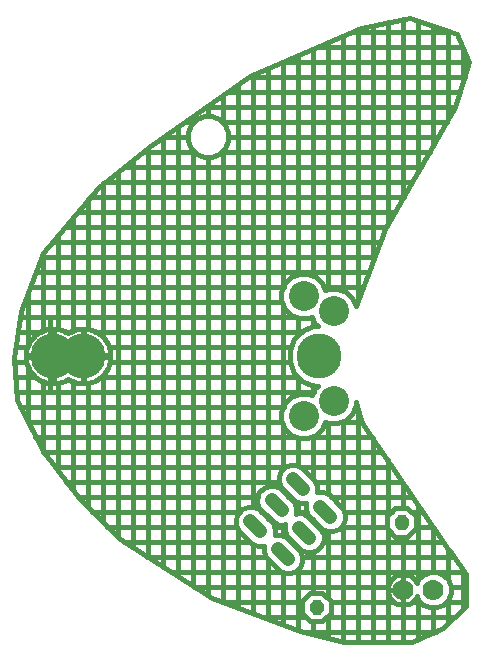
<source format=gbl>
G75*
G70*
%OFA0B0*%
%FSLAX24Y24*%
%IPPOS*%
%LPD*%
%AMOC8*
5,1,8,0,0,1.08239X$1,22.5*
%
%ADD10C,0.0700*%
%ADD11C,0.0096*%
%ADD12C,0.1000*%
%ADD13C,0.1500*%
%ADD14C,0.0475*%
%ADD15C,0.0160*%
D10*
X014195Y003086D03*
X015195Y003086D03*
D11*
X014277Y005361D02*
X014325Y005409D01*
X014325Y005251D01*
X014213Y005139D01*
X014055Y005139D01*
X013943Y005251D01*
X013943Y005409D01*
X014055Y005521D01*
X014213Y005521D01*
X014325Y005409D01*
X014253Y005380D01*
X014253Y005280D01*
X014184Y005211D01*
X014084Y005211D01*
X014015Y005280D01*
X014015Y005380D01*
X014084Y005449D01*
X014184Y005449D01*
X014253Y005380D01*
X014181Y005350D01*
X014181Y005310D01*
X014154Y005283D01*
X014114Y005283D01*
X014087Y005310D01*
X014087Y005350D01*
X014114Y005377D01*
X014154Y005377D01*
X014181Y005350D01*
X011449Y002533D02*
X011497Y002581D01*
X011497Y002423D01*
X011385Y002311D01*
X011227Y002311D01*
X011115Y002423D01*
X011115Y002581D01*
X011227Y002693D01*
X011385Y002693D01*
X011497Y002581D01*
X011425Y002552D01*
X011425Y002452D01*
X011356Y002383D01*
X011256Y002383D01*
X011187Y002452D01*
X011187Y002552D01*
X011256Y002621D01*
X011356Y002621D01*
X011425Y002552D01*
X011353Y002522D01*
X011353Y002482D01*
X011326Y002455D01*
X011286Y002455D01*
X011259Y002482D01*
X011259Y002522D01*
X011286Y002549D01*
X011326Y002549D01*
X011353Y002522D01*
D12*
X010880Y008871D03*
X011880Y009371D03*
X011880Y012371D03*
X010880Y012871D03*
D13*
X011401Y010871D03*
X003527Y010871D03*
X002527Y010871D03*
D14*
X009106Y005356D02*
X009441Y005020D01*
X010025Y004437D02*
X010361Y004101D01*
X011068Y004808D02*
X010732Y005144D01*
X010149Y005728D02*
X009813Y006063D01*
X010520Y006770D02*
X010856Y006435D01*
X011439Y005851D02*
X011775Y005515D01*
D15*
X004190Y005332D02*
X004190Y010247D01*
X004213Y010270D02*
X004286Y010364D01*
X004345Y010467D01*
X004391Y010578D01*
X004422Y010693D01*
X004437Y010811D01*
X004437Y010852D01*
X003546Y010852D01*
X003546Y009961D01*
X003587Y009961D01*
X003705Y009976D01*
X003821Y010007D01*
X003931Y010053D01*
X004034Y010113D01*
X004129Y010185D01*
X004213Y010270D01*
X004129Y010186D02*
X010686Y010186D01*
X010690Y010182D02*
X010690Y009593D01*
X010733Y009611D02*
X010461Y009498D01*
X010253Y009290D01*
X010140Y009018D01*
X010140Y008724D01*
X010253Y008452D01*
X010461Y008243D01*
X010733Y008131D01*
X011027Y008131D01*
X011299Y008243D01*
X011508Y008452D01*
X011604Y008684D01*
X011733Y008631D01*
X012027Y008631D01*
X012299Y008743D01*
X012508Y008952D01*
X012620Y009224D01*
X012620Y009349D01*
X012793Y008744D01*
X012802Y008700D01*
X012808Y008691D01*
X012811Y008680D01*
X012839Y008645D01*
X015679Y004447D01*
X015680Y004443D01*
X015711Y004400D01*
X015740Y004358D01*
X015743Y004356D01*
X016285Y003596D01*
X016285Y002552D01*
X015529Y001796D01*
X014506Y001341D01*
X012225Y001341D01*
X010774Y001704D01*
X007816Y002813D01*
X004742Y004780D01*
X003401Y006121D01*
X002179Y007710D01*
X001340Y009388D01*
X001222Y010801D01*
X001463Y012365D01*
X002186Y014293D01*
X004011Y016484D01*
X005733Y017836D01*
X009078Y020190D01*
X012776Y021793D01*
X014421Y022145D01*
X015983Y021588D01*
X016392Y020668D01*
X015932Y019173D01*
X013589Y015103D01*
X013573Y015086D01*
X013561Y015055D01*
X013545Y015027D01*
X013542Y015004D01*
X012615Y012531D01*
X012508Y012790D01*
X012299Y012998D01*
X012027Y013111D01*
X011733Y013111D01*
X011604Y013057D01*
X011508Y013290D01*
X011299Y013498D01*
X011027Y013611D01*
X010733Y013611D01*
X010461Y013498D01*
X010253Y013290D01*
X010140Y013018D01*
X010140Y012724D01*
X010253Y012452D01*
X010461Y012243D01*
X010733Y012131D01*
X011027Y012131D01*
X011156Y012184D01*
X011253Y011952D01*
X011344Y011861D01*
X011204Y011861D01*
X010841Y011710D01*
X010562Y011432D01*
X010411Y011068D01*
X010411Y010674D01*
X010562Y010310D01*
X010841Y010032D01*
X011204Y009881D01*
X011344Y009881D01*
X011253Y009790D01*
X011156Y009557D01*
X011027Y009611D01*
X010733Y009611D01*
X011190Y009639D02*
X011190Y009887D01*
X011210Y009686D02*
X001315Y009686D01*
X001273Y010186D02*
X001925Y010186D01*
X001926Y010185D02*
X002021Y010113D01*
X002124Y010053D01*
X002234Y010007D01*
X002349Y009976D01*
X002468Y009961D01*
X002509Y009961D01*
X002509Y010852D01*
X002546Y010852D01*
X002546Y009961D01*
X002587Y009961D01*
X002705Y009976D01*
X002821Y010007D01*
X002931Y010053D01*
X003027Y010109D01*
X003124Y010053D01*
X003234Y010007D01*
X003349Y009976D01*
X003468Y009961D01*
X003509Y009961D01*
X003509Y010852D01*
X003546Y010852D01*
X003546Y010889D01*
X004437Y010889D01*
X004437Y010930D01*
X004422Y011049D01*
X004391Y011164D01*
X004345Y011274D01*
X004286Y011377D01*
X004213Y011472D01*
X004129Y011556D01*
X004034Y011629D01*
X003931Y011689D01*
X003821Y011734D01*
X003705Y011765D01*
X003587Y011781D01*
X003546Y011781D01*
X003546Y010889D01*
X003509Y010889D01*
X003509Y010852D01*
X003437Y010852D01*
X002546Y010852D01*
X002546Y010889D01*
X003437Y010889D01*
X003509Y010889D01*
X003509Y011781D01*
X003468Y011781D01*
X003349Y011765D01*
X003234Y011734D01*
X003124Y011689D01*
X003027Y011633D01*
X002931Y011689D01*
X002821Y011734D01*
X002705Y011765D01*
X002587Y011781D01*
X002546Y011781D01*
X002546Y010889D01*
X002509Y010889D01*
X002509Y010852D01*
X001617Y010852D01*
X001617Y010811D01*
X001633Y010693D01*
X001664Y010578D01*
X001710Y010467D01*
X001769Y010364D01*
X001842Y010270D01*
X001926Y010185D01*
X001690Y010514D02*
X001690Y008687D01*
X001691Y008686D02*
X010156Y008686D01*
X010190Y008603D02*
X010190Y007116D01*
X010249Y007175D02*
X010115Y007041D01*
X010042Y006865D01*
X010042Y006675D01*
X010115Y006500D01*
X010585Y006030D01*
X010761Y005957D01*
X010951Y005957D01*
X010969Y005965D01*
X010962Y005946D01*
X010962Y005756D01*
X011034Y005581D01*
X011504Y005111D01*
X011680Y005038D01*
X011870Y005038D01*
X012045Y005111D01*
X012180Y005245D01*
X012252Y005420D01*
X012252Y005610D01*
X012180Y005786D01*
X011709Y006256D01*
X011534Y006329D01*
X011344Y006329D01*
X011325Y006321D01*
X011333Y006340D01*
X011333Y006530D01*
X011260Y006705D01*
X010790Y007175D01*
X010615Y007248D01*
X010425Y007248D01*
X010249Y007175D01*
X010275Y007186D02*
X002582Y007186D01*
X002690Y007045D02*
X002690Y009974D01*
X002546Y010186D02*
X002509Y010186D01*
X002190Y010026D02*
X002190Y007695D01*
X002197Y007686D02*
X013488Y007686D01*
X013690Y007387D02*
X013690Y005565D01*
X013655Y005529D02*
X013655Y005131D01*
X013936Y004850D01*
X014333Y004850D01*
X014614Y005131D01*
X014614Y005529D01*
X014333Y005810D01*
X013936Y005810D01*
X013655Y005529D01*
X013811Y005686D02*
X012221Y005686D01*
X012190Y005760D02*
X012190Y008698D01*
X012160Y008686D02*
X012810Y008686D01*
X012690Y009104D02*
X012690Y001341D01*
X012190Y001349D02*
X012190Y005271D01*
X012121Y005186D02*
X013655Y005186D01*
X013690Y005095D02*
X013690Y003158D01*
X013695Y003186D02*
X007233Y003186D01*
X007190Y003213D02*
X007190Y017733D01*
X007237Y017686D02*
X005541Y017686D01*
X005690Y017803D02*
X005690Y004173D01*
X005671Y004186D02*
X009612Y004186D01*
X009620Y004167D02*
X009547Y004342D01*
X009547Y004532D01*
X009555Y004551D01*
X009536Y004543D01*
X009346Y004543D01*
X009171Y004616D01*
X008701Y005086D01*
X008628Y005261D01*
X008628Y005451D01*
X008701Y005627D01*
X008835Y005761D01*
X009011Y005834D01*
X009201Y005834D01*
X009376Y005761D01*
X009846Y005291D01*
X009919Y005115D01*
X009919Y004925D01*
X009911Y004907D01*
X009930Y004914D01*
X010120Y004914D01*
X010295Y004842D01*
X010765Y004372D01*
X010838Y004196D01*
X010838Y004006D01*
X010765Y003831D01*
X010631Y003696D01*
X010456Y003624D01*
X010266Y003624D01*
X010090Y003696D01*
X009620Y004167D01*
X009690Y004096D02*
X009690Y002110D01*
X009488Y002186D02*
X010943Y002186D01*
X010826Y002303D02*
X011107Y002022D01*
X011505Y002022D01*
X011786Y002303D01*
X011786Y002700D01*
X011505Y002981D01*
X011107Y002981D01*
X010826Y002700D01*
X010826Y002303D01*
X010826Y002686D02*
X008154Y002686D01*
X008190Y002672D02*
X008190Y017733D01*
X008143Y017686D02*
X015076Y017686D01*
X015190Y017885D02*
X015190Y021871D01*
X014690Y022049D02*
X014690Y017017D01*
X014788Y017186D02*
X004905Y017186D01*
X004690Y017017D02*
X004690Y004832D01*
X004889Y004686D02*
X009101Y004686D01*
X009190Y004608D02*
X009190Y002297D01*
X008690Y002485D02*
X008690Y005111D01*
X008659Y005186D02*
X004336Y005186D01*
X003836Y005686D02*
X008760Y005686D01*
X008690Y005601D02*
X008690Y019918D01*
X008361Y019686D02*
X016090Y019686D01*
X016190Y020013D02*
X016190Y021121D01*
X016162Y021186D02*
X011375Y021186D01*
X011190Y021106D02*
X011190Y013543D01*
X011551Y013186D02*
X012860Y013186D01*
X012690Y012733D02*
X012690Y021756D01*
X012529Y021686D02*
X015708Y021686D01*
X015690Y021692D02*
X015690Y018754D01*
X015651Y018686D02*
X008143Y018686D01*
X008190Y018639D02*
X008190Y019566D01*
X007690Y019214D02*
X007690Y018859D01*
X007556Y018859D02*
X007309Y018757D01*
X007119Y018567D01*
X007017Y018320D01*
X007017Y018052D01*
X007119Y017804D01*
X007309Y017615D01*
X007556Y017512D01*
X007824Y017512D01*
X008072Y017615D01*
X008261Y017804D01*
X008364Y018052D01*
X008364Y018320D01*
X008261Y018567D01*
X008072Y018757D01*
X007824Y018859D01*
X007556Y018859D01*
X007237Y018686D02*
X006940Y018686D01*
X007190Y018639D02*
X007190Y018862D01*
X007650Y019186D02*
X015936Y019186D01*
X016243Y020186D02*
X009071Y020186D01*
X009190Y020239D02*
X009190Y005834D01*
X009335Y005968D02*
X009408Y005793D01*
X009878Y005323D01*
X010054Y005250D01*
X010243Y005250D01*
X010262Y005258D01*
X010254Y005239D01*
X010254Y005049D01*
X010327Y004874D01*
X010797Y004403D01*
X010973Y004331D01*
X011163Y004331D01*
X011338Y004403D01*
X011473Y004538D01*
X011545Y004713D01*
X011545Y004903D01*
X011473Y005079D01*
X011002Y005549D01*
X010827Y005622D01*
X010637Y005622D01*
X010618Y005614D01*
X010626Y005633D01*
X010626Y005822D01*
X010553Y005998D01*
X010083Y006468D01*
X009908Y006541D01*
X009718Y006541D01*
X009542Y006468D01*
X009408Y006334D01*
X009335Y006158D01*
X009335Y005968D01*
X009347Y006186D02*
X003351Y006186D01*
X003190Y006395D02*
X003190Y010026D01*
X003509Y010186D02*
X003546Y010186D01*
X003690Y009974D02*
X003690Y005832D01*
X002967Y006686D02*
X010042Y006686D01*
X010190Y006425D02*
X010190Y006361D01*
X010365Y006186D02*
X010429Y006186D01*
X010690Y005986D02*
X010690Y005622D01*
X010626Y005686D02*
X010991Y005686D01*
X011190Y005425D02*
X011190Y005361D01*
X011365Y005186D02*
X011429Y005186D01*
X011690Y005038D02*
X011690Y002796D01*
X011786Y002686D02*
X013878Y002686D01*
X013863Y002697D02*
X013928Y002650D01*
X013999Y002613D01*
X014076Y002588D01*
X014155Y002576D01*
X014195Y002576D01*
X014195Y003085D01*
X014195Y003085D01*
X014195Y002576D01*
X014235Y002576D01*
X014315Y002588D01*
X014391Y002613D01*
X014463Y002650D01*
X014527Y002697D01*
X014584Y002754D01*
X014631Y002819D01*
X014651Y002857D01*
X014695Y002752D01*
X014861Y002586D01*
X015078Y002496D01*
X015313Y002496D01*
X015529Y002586D01*
X015695Y002752D01*
X015785Y002968D01*
X015785Y003203D01*
X015695Y003420D01*
X015529Y003586D01*
X015313Y003676D01*
X015078Y003676D01*
X014861Y003586D01*
X014695Y003420D01*
X014651Y003314D01*
X014631Y003353D01*
X014584Y003418D01*
X014527Y003475D01*
X014463Y003522D01*
X014391Y003558D01*
X014315Y003583D01*
X014235Y003596D01*
X014195Y003596D01*
X014155Y003596D01*
X014076Y003583D01*
X013999Y003558D01*
X013928Y003522D01*
X013863Y003475D01*
X013806Y003418D01*
X013759Y003353D01*
X013723Y003282D01*
X013698Y003205D01*
X013685Y003126D01*
X013685Y003086D01*
X014195Y003086D01*
X014195Y003086D01*
X014195Y003596D01*
X014195Y003086D01*
X014195Y003086D01*
X013685Y003086D01*
X013685Y003046D01*
X013698Y002966D01*
X013723Y002890D01*
X013759Y002819D01*
X013806Y002754D01*
X013863Y002697D01*
X013690Y003014D02*
X013690Y001341D01*
X013190Y001341D02*
X013190Y008126D01*
X013150Y008186D02*
X011160Y008186D01*
X011190Y008198D02*
X011190Y006775D01*
X011268Y006686D02*
X014165Y006686D01*
X014190Y006648D02*
X014190Y005810D01*
X014457Y005686D02*
X014841Y005686D01*
X014690Y005909D02*
X014690Y003408D01*
X014190Y003596D02*
X014190Y004850D01*
X014614Y005186D02*
X015179Y005186D01*
X015190Y005170D02*
X015190Y003676D01*
X015690Y003425D02*
X015690Y004429D01*
X015864Y004186D02*
X010838Y004186D01*
X010690Y003756D02*
X010690Y001735D01*
X010845Y001686D02*
X015282Y001686D01*
X015190Y001645D02*
X015190Y002496D01*
X015630Y002686D02*
X016285Y002686D01*
X016190Y002457D02*
X016190Y003729D01*
X016221Y003686D02*
X010606Y003686D01*
X010190Y003655D02*
X010190Y001922D01*
X011190Y002022D02*
X011190Y001599D01*
X011690Y001474D02*
X011690Y002207D01*
X011669Y002186D02*
X015919Y002186D01*
X015690Y001957D02*
X015690Y002746D01*
X015785Y003186D02*
X016285Y003186D01*
X015518Y004686D02*
X011534Y004686D01*
X011190Y004342D02*
X011190Y002981D01*
X010116Y003686D02*
X006452Y003686D01*
X006690Y003533D02*
X006690Y018510D01*
X007017Y018186D02*
X006229Y018186D01*
X006190Y018158D02*
X006190Y003853D01*
X005190Y004493D02*
X005190Y017410D01*
X004268Y016686D02*
X014500Y016686D01*
X014212Y016186D02*
X003763Y016186D01*
X003690Y016099D02*
X003690Y011767D01*
X003546Y011686D02*
X003509Y011686D01*
X003190Y011716D02*
X003190Y015499D01*
X003346Y015686D02*
X013924Y015686D01*
X013690Y015280D02*
X013690Y021989D01*
X013190Y021882D02*
X013190Y014067D01*
X013235Y014186D02*
X002145Y014186D01*
X002190Y014299D02*
X002190Y011716D01*
X002234Y011734D02*
X002124Y011689D01*
X002021Y011629D01*
X001926Y011556D01*
X001842Y011472D01*
X001769Y011377D01*
X001710Y011274D01*
X001664Y011164D01*
X001633Y011049D01*
X001617Y010930D01*
X001617Y010889D01*
X002509Y010889D01*
X002509Y011781D01*
X002468Y011781D01*
X002349Y011765D01*
X002234Y011734D01*
X002119Y011686D02*
X001358Y011686D01*
X001435Y012186D02*
X010600Y012186D01*
X010690Y012149D02*
X010690Y011560D01*
X010816Y011686D02*
X003936Y011686D01*
X004190Y011495D02*
X004190Y016624D01*
X002930Y015186D02*
X013636Y015186D01*
X013422Y014686D02*
X002513Y014686D01*
X002690Y014899D02*
X002690Y011767D01*
X002546Y011686D02*
X002509Y011686D01*
X002936Y011686D02*
X003119Y011686D01*
X003509Y011186D02*
X003546Y011186D01*
X003690Y010889D02*
X003690Y010852D01*
X003546Y010686D02*
X003509Y010686D01*
X003190Y010852D02*
X003190Y010889D01*
X002690Y010889D02*
X002690Y010852D01*
X002546Y010686D02*
X002509Y010686D01*
X002190Y010852D02*
X002190Y010889D01*
X002509Y011186D02*
X002546Y011186D01*
X001690Y011228D02*
X001690Y012972D01*
X001770Y013186D02*
X010210Y013186D01*
X010190Y013139D02*
X010190Y020672D01*
X010221Y020686D02*
X016384Y020686D01*
X015363Y018186D02*
X008364Y018186D01*
X007690Y017512D02*
X007690Y002893D01*
X009690Y005447D02*
X009690Y005511D01*
X009515Y005686D02*
X009451Y005686D01*
X009890Y005186D02*
X010254Y005186D01*
X010190Y005250D02*
X010190Y004885D01*
X010451Y004686D02*
X010515Y004686D01*
X010690Y004511D02*
X010690Y004447D01*
X011780Y006186D02*
X014503Y006186D01*
X013826Y007186D02*
X010765Y007186D01*
X010690Y007217D02*
X010690Y008149D01*
X010600Y008186D02*
X001941Y008186D01*
X001441Y009186D02*
X010210Y009186D01*
X010190Y009139D02*
X010190Y012603D01*
X010156Y012686D02*
X001583Y012686D01*
X001958Y013686D02*
X013047Y013686D01*
X012672Y012686D02*
X012551Y012686D01*
X012190Y013043D02*
X012190Y021539D01*
X011690Y021322D02*
X011690Y013093D01*
X011190Y012103D02*
X011190Y011855D01*
X010460Y011186D02*
X004382Y011186D01*
X004190Y010889D02*
X004190Y010852D01*
X004420Y010686D02*
X010411Y010686D01*
X011690Y008649D02*
X011690Y006264D01*
X009690Y006529D02*
X009690Y020456D01*
X010690Y020889D02*
X010690Y013593D01*
X012604Y009186D02*
X012667Y009186D01*
X013690Y003086D02*
X013690Y003086D01*
X014190Y003086D02*
X014190Y003086D01*
X014195Y003186D02*
X014195Y003186D01*
X014195Y002686D02*
X014195Y002686D01*
X014190Y002576D02*
X014190Y001341D01*
X014690Y001423D02*
X014690Y002763D01*
X014761Y002686D02*
X014512Y002686D01*
X014190Y016148D02*
X014190Y022096D01*
X002440Y012186D02*
X002440Y009686D01*
X001635Y010686D02*
X001232Y010686D01*
X001281Y011186D02*
X001673Y011186D01*
X001690Y010889D02*
X001690Y010852D01*
M02*

</source>
